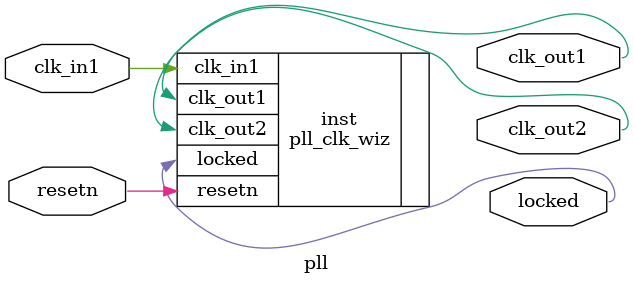
<source format=v>


`timescale 1ps/1ps

(* CORE_GENERATION_INFO = "pll,clk_wiz_v6_0_16_0_0,{component_name=pll,use_phase_alignment=true,use_min_o_jitter=false,use_max_i_jitter=false,use_dyn_phase_shift=false,use_inclk_switchover=false,use_dyn_reconfig=false,enable_axi=0,feedback_source=FDBK_AUTO,PRIMITIVE=PLL,num_out_clk=2,clkin1_period=10.000,clkin2_period=10.000,use_power_down=false,use_reset=true,use_locked=true,use_inclk_stopped=false,feedback_type=SINGLE,CLOCK_MGR_TYPE=NA,manual_override=false}" *)

module pll 
 (
  // Clock out ports
  output        clk_out1,
  output        clk_out2,
  // Status and control signals
  input         resetn,
  output        locked,
 // Clock in ports
  input         clk_in1
 );

  pll_clk_wiz inst
  (
  // Clock out ports  
  .clk_out1(clk_out1),
  .clk_out2(clk_out2),
  // Status and control signals               
  .resetn(resetn), 
  .locked(locked),
 // Clock in ports
  .clk_in1(clk_in1)
  );

endmodule

</source>
